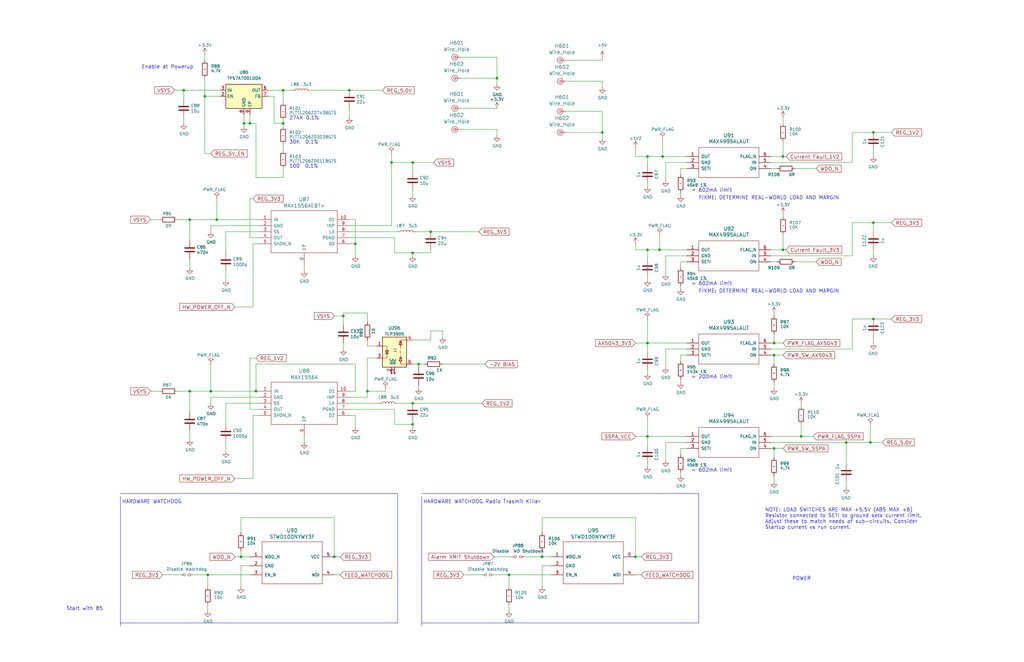
<source format=kicad_sch>
(kicad_sch (version 20230121) (generator eeschema)
  (paper "USLedger")
  (title_block (title "Radiation Tolerant PacSat Communication") (date "2023-06-17") (rev "A") (company "AMSAT-NA") (comment 1 "N5BRG"))
  (junction (at 181.61 97.79))
  (junction (at 228.6 234.95))
  (junction (at 101.6 234.95))
  (junction (at 147.32 38.1))
  (junction (at 140.97 234.95))
  (junction (at 326.39 144.78))
  (junction (at 254 55.88))
  (junction (at 279.4 66.04))
  (junction (at 86.36 40.64))
  (junction (at 173.99 106.68))
  (junction (at 77.47 38.1))
  (junction (at 278.13 105.41))
  (junction (at 80.01 165.1))
  (junction (at 267.97 234.95))
  (junction (at 273.05 184.15))
  (junction (at 368.3 134.62))
  (junction (at 88.9 165.1))
  (junction (at 119.38 52.07))
  (junction (at 102.87 52.07))
  (junction (at 119.38 38.1))
  (junction (at 144.78 133.35))
  (junction (at 149.86 102.87))
  (junction (at 330.2 105.41))
  (junction (at 214.63 242.57))
  (junction (at 105.41 52.07))
  (junction (at 154.94 165.1))
  (junction (at 165.1 68.58))
  (junction (at 173.99 179.07))
  (junction (at 337.82 184.15))
  (junction (at 356.87 186.69))
  (junction (at 330.2 66.04))
  (junction (at 87.63 242.57))
  (junction (at 80.01 92.71))
  (junction (at 368.3 55.88))
  (junction (at 107.95 165.1))
  (junction (at 91.44 92.71))
  (junction (at 173.99 170.18))
  (junction (at 173.99 68.58))
  (junction (at 273.05 105.41))
  (junction (at 326.39 149.86))
  (junction (at 209.55 33.02))
  (junction (at 273.05 66.04))
  (junction (at 367.03 186.69))
  (junction (at 368.3 93.98))
  (junction (at 273.05 144.78))
  (junction (at 326.39 189.23))
  (junction (at 176.53 153.67))
  (wire (pts (xy 287.02 81.28) (xy 287.02 82.55)))
  (wire (pts (xy 273.05 176.53) (xy 273.05 184.15)))
  (wire (pts (xy 147.32 172.72) (xy 166.37 172.72)))
  (wire (pts (xy 220.98 234.95) (xy 228.6 234.95)))
  (wire (pts (xy 194.31 54.61) (xy 209.55 54.61)))
  (wire (pts (xy 330.2 66.04) (xy 331.47 66.04)))
  (wire (pts (xy 273.05 156.21) (xy 273.05 157.48)))
  (wire (pts (xy 181.61 143.51) (xy 181.61 139.7)))
  (polyline (pts (xy 50.8 208.28) (xy 167.64 208.28)))
  (wire (pts (xy 107.95 74.93) (xy 119.38 74.93)))
  (wire (pts (xy 95.25 97.79) (xy 95.25 106.68)))
  (wire (pts (xy 186.69 139.7) (xy 186.69 142.24)))
  (wire (pts (xy 359.41 107.95) (xy 359.41 93.98)))
  (wire (pts (xy 119.38 52.07) (xy 119.38 53.34)))
  (wire (pts (xy 359.41 68.58) (xy 359.41 55.88)))
  (wire (pts (xy 166.37 172.72) (xy 166.37 179.07)))
  (polyline (pts (xy 167.64 262.89) (xy 50.8 262.89)))
  (wire (pts (xy 176.53 153.67) (xy 179.07 153.67)))
  (wire (pts (xy 105.41 100.33) (xy 109.22 100.33)))
  (wire (pts (xy 359.41 134.62) (xy 359.41 147.32)))
  (wire (pts (xy 273.05 184.15) (xy 289.56 184.15)))
  (wire (pts (xy 330.2 49.53) (xy 330.2 52.07)))
  (wire (pts (xy 368.3 93.98) (xy 375.92 93.98)))
  (wire (pts (xy 176.53 153.67) (xy 176.53 154.94)))
  (wire (pts (xy 95.25 114.3) (xy 95.25 118.11)))
  (polyline (pts (xy 294.64 262.89) (xy 177.8 262.89)))
  (wire (pts (xy 154.94 143.51) (xy 154.94 146.05)))
  (wire (pts (xy 77.47 49.53) (xy 77.47 52.07)))
  (wire (pts (xy 228.6 234.95) (xy 232.41 234.95)))
  (wire (pts (xy 144.78 132.08) (xy 144.78 133.35)))
  (wire (pts (xy 337.82 170.18) (xy 337.82 171.45)))
  (wire (pts (xy 115.57 52.07) (xy 119.38 52.07)))
  (wire (pts (xy 287.02 152.4) (xy 287.02 149.86)))
  (wire (pts (xy 81.28 242.57) (xy 87.63 242.57)))
  (wire (pts (xy 115.57 40.64) (xy 115.57 52.07)))
  (wire (pts (xy 147.32 165.1) (xy 149.86 165.1)))
  (wire (pts (xy 99.06 234.95) (xy 101.6 234.95)))
  (wire (pts (xy 279.4 66.04) (xy 289.56 66.04)))
  (wire (pts (xy 105.41 238.76) (xy 101.6 238.76)))
  (wire (pts (xy 335.28 71.12) (xy 344.17 71.12)))
  (wire (pts (xy 119.38 60.96) (xy 119.38 63.5)))
  (wire (pts (xy 101.6 234.95) (xy 105.41 234.95)))
  (wire (pts (xy 181.61 106.68) (xy 173.99 106.68)))
  (wire (pts (xy 109.22 97.79) (xy 95.25 97.79)))
  (wire (pts (xy 209.55 54.61) (xy 209.55 57.15)))
  (wire (pts (xy 368.3 66.04) (xy 368.3 63.5)))
  (wire (pts (xy 140.97 234.95) (xy 143.51 234.95)))
  (wire (pts (xy 63.5 92.71) (xy 67.31 92.71)))
  (wire (pts (xy 109.22 175.26) (xy 106.68 175.26)))
  (wire (pts (xy 368.3 105.41) (xy 368.3 107.95)))
  (wire (pts (xy 273.05 109.22) (xy 273.05 105.41)))
  (wire (pts (xy 254 46.99) (xy 254 55.88)))
  (wire (pts (xy 86.36 40.64) (xy 92.71 40.64)))
  (wire (pts (xy 356.87 186.69) (xy 367.03 186.69)))
  (wire (pts (xy 325.12 66.04) (xy 330.2 66.04)))
  (wire (pts (xy 337.82 184.15) (xy 342.9 184.15)))
  (wire (pts (xy 287.02 191.77) (xy 287.02 189.23)))
  (wire (pts (xy 326.39 200.66) (xy 326.39 203.2)))
  (wire (pts (xy 106.68 201.93) (xy 106.68 175.26)))
  (wire (pts (xy 105.41 48.26) (xy 105.41 52.07)))
  (wire (pts (xy 173.99 80.01) (xy 173.99 82.55)))
  (wire (pts (xy 267.97 62.23) (xy 267.97 66.04)))
  (wire (pts (xy 181.61 105.41) (xy 181.61 106.68)))
  (wire (pts (xy 113.03 40.64) (xy 115.57 40.64)))
  (wire (pts (xy 368.3 55.88) (xy 375.92 55.88)))
  (wire (pts (xy 119.38 50.8) (xy 119.38 52.07)))
  (wire (pts (xy 102.87 52.07) (xy 102.87 53.34)))
  (wire (pts (xy 176.53 162.56) (xy 176.53 163.83)))
  (wire (pts (xy 182.88 68.58) (xy 173.99 68.58)))
  (wire (pts (xy 326.39 144.78) (xy 325.12 144.78)))
  (wire (pts (xy 273.05 148.59) (xy 273.05 144.78)))
  (wire (pts (xy 107.95 74.93) (xy 107.95 52.07)))
  (wire (pts (xy 278.13 105.41) (xy 289.56 105.41)))
  (wire (pts (xy 109.22 167.64) (xy 88.9 167.64)))
  (wire (pts (xy 273.05 134.62) (xy 273.05 144.78)))
  (wire (pts (xy 77.47 38.1) (xy 92.71 38.1)))
  (wire (pts (xy 149.86 102.87) (xy 149.86 107.95)))
  (wire (pts (xy 208.28 242.57) (xy 214.63 242.57)))
  (wire (pts (xy 144.78 132.08) (xy 154.94 132.08)))
  (wire (pts (xy 287.02 199.39) (xy 287.02 200.66)))
  (wire (pts (xy 186.69 153.67) (xy 204.47 153.67)))
  (wire (pts (xy 273.05 69.85) (xy 273.05 66.04)))
  (wire (pts (xy 77.47 41.91) (xy 77.47 38.1)))
  (wire (pts (xy 326.39 132.08) (xy 326.39 133.35)))
  (wire (pts (xy 101.6 218.44) (xy 140.97 218.44)))
  (wire (pts (xy 368.3 134.62) (xy 375.92 134.62)))
  (polyline (pts (xy 177.8 208.28) (xy 294.64 208.28)))
  (wire (pts (xy 330.2 66.04) (xy 330.2 59.69)))
  (wire (pts (xy 95.25 186.69) (xy 95.25 190.5)))
  (wire (pts (xy 325.12 184.15) (xy 337.82 184.15)))
  (wire (pts (xy 173.99 72.39) (xy 173.99 68.58)))
  (wire (pts (xy 273.05 195.58) (xy 273.05 196.85)))
  (wire (pts (xy 149.86 92.71) (xy 149.86 102.87)))
  (wire (pts (xy 80.01 165.1) (xy 88.9 165.1)))
  (wire (pts (xy 173.99 143.51) (xy 181.61 143.51)))
  (wire (pts (xy 86.36 22.86) (xy 86.36 25.4)))
  (wire (pts (xy 326.39 149.86) (xy 326.39 153.67)))
  (wire (pts (xy 173.99 179.07) (xy 173.99 180.34)))
  (wire (pts (xy 106.68 102.87) (xy 109.22 102.87)))
  (wire (pts (xy 356.87 195.58) (xy 356.87 186.69)))
  (wire (pts (xy 273.05 144.78) (xy 289.56 144.78)))
  (wire (pts (xy 80.01 92.71) (xy 80.01 101.6)))
  (wire (pts (xy 287.02 160.02) (xy 287.02 161.29)))
  (wire (pts (xy 144.78 144.78) (xy 144.78 147.32)))
  (wire (pts (xy 130.81 38.1) (xy 147.32 38.1)))
  (wire (pts (xy 287.02 73.66) (xy 287.02 71.12)))
  (wire (pts (xy 165.1 95.25) (xy 165.1 68.58)))
  (wire (pts (xy 95.25 170.18) (xy 95.25 179.07)))
  (wire (pts (xy 162.56 163.83) (xy 162.56 165.1)))
  (wire (pts (xy 76.2 242.57) (xy 68.58 242.57)))
  (wire (pts (xy 88.9 165.1) (xy 107.95 165.1)))
  (wire (pts (xy 326.39 161.29) (xy 326.39 163.83)))
  (wire (pts (xy 147.32 102.87) (xy 149.86 102.87)))
  (wire (pts (xy 87.63 255.27) (xy 87.63 257.81)))
  (wire (pts (xy 267.97 66.04) (xy 273.05 66.04)))
  (wire (pts (xy 209.55 24.13) (xy 209.55 33.02)))
  (wire (pts (xy 267.97 218.44) (xy 267.97 234.95)))
  (wire (pts (xy 105.41 151.13) (xy 107.95 151.13)))
  (wire (pts (xy 173.99 153.67) (xy 176.53 153.67)))
  (wire (pts (xy 287.02 110.49) (xy 289.56 110.49)))
  (wire (pts (xy 105.41 52.07) (xy 107.95 52.07)))
  (wire (pts (xy 119.38 71.12) (xy 119.38 74.93)))
  (wire (pts (xy 368.3 144.78) (xy 368.3 142.24)))
  (wire (pts (xy 154.94 151.13) (xy 154.94 165.1)))
  (wire (pts (xy 102.87 48.26) (xy 102.87 52.07)))
  (wire (pts (xy 167.64 170.18) (xy 173.99 170.18)))
  (wire (pts (xy 113.03 38.1) (xy 119.38 38.1)))
  (wire (pts (xy 330.2 105.41) (xy 331.47 105.41)))
  (wire (pts (xy 107.95 153.67) (xy 107.95 165.1)))
  (wire (pts (xy 147.32 45.72) (xy 147.32 49.53)))
  (wire (pts (xy 86.36 33.02) (xy 86.36 40.64)))
  (wire (pts (xy 289.56 68.58) (xy 280.67 68.58)))
  (wire (pts (xy 273.05 105.41) (xy 278.13 105.41)))
  (wire (pts (xy 128.27 184.15) (xy 128.27 186.69)))
  (wire (pts (xy 173.99 177.8) (xy 173.99 179.07)))
  (wire (pts (xy 106.68 129.54) (xy 106.68 102.87)))
  (wire (pts (xy 267.97 184.15) (xy 273.05 184.15)))
  (wire (pts (xy 149.86 175.26) (xy 149.86 180.34)))
  (wire (pts (xy 238.76 55.88) (xy 254 55.88)))
  (wire (pts (xy 228.6 238.76) (xy 228.6 247.65)))
  (wire (pts (xy 80.01 109.22) (xy 80.01 113.03)))
  (wire (pts (xy 74.93 165.1) (xy 80.01 165.1)))
  (wire (pts (xy 287.02 71.12) (xy 289.56 71.12)))
  (wire (pts (xy 175.26 97.79) (xy 181.61 97.79)))
  (wire (pts (xy 209.55 33.02) (xy 209.55 35.56)))
  (wire (pts (xy 359.41 93.98) (xy 368.3 93.98)))
  (wire (pts (xy 154.94 146.05) (xy 158.75 146.05)))
  (wire (pts (xy 88.9 95.25) (xy 88.9 97.79)))
  (wire (pts (xy 254 34.29) (xy 254 36.83)))
  (wire (pts (xy 368.3 93.98) (xy 368.3 97.79)))
  (wire (pts (xy 173.99 106.68) (xy 173.99 107.95)))
  (wire (pts (xy 147.32 97.79) (xy 167.64 97.79)))
  (wire (pts (xy 238.76 25.4) (xy 254 25.4)))
  (wire (pts (xy 287.02 120.65) (xy 287.02 121.92)))
  (wire (pts (xy 273.05 66.04) (xy 279.4 66.04)))
  (wire (pts (xy 228.6 224.79) (xy 228.6 218.44)))
  (wire (pts (xy 367.03 186.69) (xy 372.11 186.69)))
  (wire (pts (xy 254 55.88) (xy 254 58.42)))
  (wire (pts (xy 287.02 189.23) (xy 289.56 189.23)))
  (wire (pts (xy 330.2 105.41) (xy 330.2 99.06)))
  (wire (pts (xy 267.97 234.95) (xy 270.51 234.95)))
  (polyline (pts (xy 50.8 264.16) (xy 50.8 209.55)))
  (wire (pts (xy 359.41 147.32) (xy 325.12 147.32)))
  (wire (pts (xy 87.63 242.57) (xy 87.63 247.65)))
  (wire (pts (xy 105.41 83.82) (xy 106.68 83.82)))
  (wire (pts (xy 273.05 187.96) (xy 273.05 184.15)))
  (wire (pts (xy 109.22 170.18) (xy 95.25 170.18)))
  (wire (pts (xy 166.37 106.68) (xy 173.99 106.68)))
  (wire (pts (xy 214.63 255.27) (xy 214.63 257.81)))
  (wire (pts (xy 80.01 92.71) (xy 91.44 92.71)))
  (wire (pts (xy 86.36 64.77) (xy 86.36 40.64)))
  (wire (pts (xy 140.97 242.57) (xy 143.51 242.57)))
  (wire (pts (xy 326.39 149.86) (xy 330.2 149.86)))
  (wire (pts (xy 325.12 149.86) (xy 326.39 149.86)))
  (wire (pts (xy 194.31 45.72) (xy 209.55 45.72)))
  (wire (pts (xy 238.76 46.99) (xy 254 46.99)))
  (wire (pts (xy 91.44 92.71) (xy 109.22 92.71)))
  (wire (pts (xy 325.12 71.12) (xy 327.66 71.12)))
  (wire (pts (xy 105.41 83.82) (xy 105.41 100.33)))
  (wire (pts (xy 147.32 95.25) (xy 165.1 95.25)))
  (wire (pts (xy 335.28 110.49) (xy 344.17 110.49)))
  (wire (pts (xy 267.97 144.78) (xy 273.05 144.78)))
  (wire (pts (xy 147.32 170.18) (xy 160.02 170.18)))
  (wire (pts (xy 267.97 105.41) (xy 273.05 105.41)))
  (wire (pts (xy 367.03 179.07) (xy 367.03 186.69)))
  (wire (pts (xy 88.9 153.67) (xy 88.9 165.1)))
  (wire (pts (xy 214.63 242.57) (xy 232.41 242.57)))
  (wire (pts (xy 325.12 105.41) (xy 330.2 105.41)))
  (wire (pts (xy 88.9 64.77) (xy 86.36 64.77)))
  (wire (pts (xy 166.37 100.33) (xy 166.37 106.68)))
  (wire (pts (xy 119.38 38.1) (xy 119.38 43.18)))
  (wire (pts (xy 273.05 77.47) (xy 273.05 78.74)))
  (wire (pts (xy 88.9 167.64) (xy 88.9 170.18)))
  (wire (pts (xy 330.2 90.17) (xy 330.2 91.44)))
  (wire (pts (xy 109.22 95.25) (xy 88.9 95.25)))
  (wire (pts (xy 280.67 147.32) (xy 280.67 154.94)))
  (wire (pts (xy 289.56 107.95) (xy 280.67 107.95)))
  (wire (pts (xy 267.97 102.87) (xy 267.97 105.41)))
  (wire (pts (xy 147.32 38.1) (xy 161.29 38.1)))
  (wire (pts (xy 165.1 68.58) (xy 173.99 68.58)))
  (wire (pts (xy 154.94 165.1) (xy 154.94 167.64)))
  (wire (pts (xy 359.41 134.62) (xy 368.3 134.62)))
  (wire (pts (xy 105.41 172.72) (xy 105.41 151.13)))
  (wire (pts (xy 325.12 189.23) (xy 326.39 189.23)))
  (wire (pts (xy 325.12 110.49) (xy 327.66 110.49)))
  (polyline (pts (xy 167.64 208.28) (xy 167.64 262.89)))
  (wire (pts (xy 254 24.13) (xy 254 25.4)))
  (wire (pts (xy 326.39 193.04) (xy 326.39 189.23)))
  (wire (pts (xy 289.56 186.69) (xy 280.67 186.69)))
  (wire (pts (xy 273.05 116.84) (xy 273.05 118.11)))
  (wire (pts (xy 287.02 149.86) (xy 289.56 149.86)))
  (wire (pts (xy 232.41 238.76) (xy 228.6 238.76)))
  (wire (pts (xy 99.06 129.54) (xy 106.68 129.54)))
  (wire (pts (xy 101.6 232.41) (xy 101.6 234.95)))
  (wire (pts (xy 326.39 140.97) (xy 326.39 144.78)))
  (wire (pts (xy 87.63 242.57) (xy 105.41 242.57)))
  (wire (pts (xy 194.31 24.13) (xy 209.55 24.13)))
  (wire (pts (xy 147.32 92.71) (xy 149.86 92.71)))
  (wire (pts (xy 109.22 172.72) (xy 105.41 172.72)))
  (polyline (pts (xy 177.8 264.16) (xy 177.8 209.55)))
  (wire (pts (xy 181.61 139.7) (xy 186.69 139.7)))
  (wire (pts (xy 325.12 186.69) (xy 356.87 186.69)))
  (wire (pts (xy 359.41 55.88) (xy 368.3 55.88)))
  (wire (pts (xy 166.37 179.07) (xy 173.99 179.07)))
  (wire (pts (xy 289.56 147.32) (xy 280.67 147.32)))
  (wire (pts (xy 101.6 224.79) (xy 101.6 218.44)))
  (wire (pts (xy 214.63 242.57) (xy 214.63 247.65)))
  (wire (pts (xy 356.87 205.74) (xy 356.87 203.2)))
  (wire (pts (xy 325.12 107.95) (xy 359.41 107.95)))
  (wire (pts (xy 144.78 133.35) (xy 140.97 133.35)))
  (wire (pts (xy 267.97 242.57) (xy 270.51 242.57)))
  (wire (pts (xy 173.99 170.18) (xy 203.2 170.18)))
  (wire (pts (xy 147.32 167.64) (xy 154.94 167.64)))
  (wire (pts (xy 102.87 52.07) (xy 105.41 52.07)))
  (wire (pts (xy 330.2 144.78) (xy 326.39 144.78)))
  (wire (pts (xy 287.02 113.03) (xy 287.02 110.49)))
  (wire (pts (xy 154.94 132.08) (xy 154.94 135.89)))
  (wire (pts (xy 326.39 189.23) (xy 330.2 189.23)))
  (wire (pts (xy 337.82 179.07) (xy 337.82 184.15)))
  (wire (pts (xy 80.01 165.1) (xy 80.01 173.99)))
  (wire (pts (xy 165.1 64.77) (xy 165.1 68.58)))
  (wire (pts (xy 147.32 175.26) (xy 149.86 175.26)))
  (wire (pts (xy 228.6 218.44) (xy 267.97 218.44)))
  (wire (pts (xy 119.38 38.1) (xy 123.19 38.1)))
  (wire (pts (xy 149.86 153.67) (xy 107.95 153.67)))
  (wire (pts (xy 128.27 111.76) (xy 128.27 114.3)))
  (wire (pts (xy 278.13 99.06) (xy 278.13 105.41)))
  (wire (pts (xy 144.78 137.16) (xy 144.78 133.35)))
  (wire (pts (xy 280.67 186.69) (xy 280.67 194.31)))
  (wire (pts (xy 280.67 68.58) (xy 280.67 76.2)))
  (wire (pts (xy 228.6 232.41) (xy 228.6 234.95)))
  (wire (pts (xy 74.93 92.71) (xy 80.01 92.71)))
  (wire (pts (xy 158.75 151.13) (xy 154.94 151.13)))
  (wire (pts (xy 149.86 165.1) (xy 149.86 153.67)))
  (wire (pts (xy 91.44 83.82) (xy 91.44 92.71)))
  (wire (pts (xy 101.6 238.76) (xy 101.6 247.65)))
  (wire (pts (xy 279.4 58.42) (xy 279.4 66.04)))
  (wire (pts (xy 325.12 68.58) (xy 359.41 68.58)))
  (wire (pts (xy 147.32 100.33) (xy 166.37 100.33)))
  (wire (pts (xy 77.47 38.1) (xy 73.66 38.1)))
  (wire (pts (xy 63.5 165.1) (xy 67.31 165.1)))
  (wire (pts (xy 194.31 33.02) (xy 209.55 33.02)))
  (wire (pts (xy 107.95 165.1) (xy 109.22 165.1)))
  (wire (pts (xy 208.28 234.95) (xy 215.9 234.95)))
  (wire (pts (xy 181.61 97.79) (xy 201.93 97.79)))
  (polyline (pts (xy 294.64 208.28) (xy 294.64 262.89)))
  (wire (pts (xy 140.97 218.44) (xy 140.97 234.95)))
  (wire (pts (xy 80.01 181.61) (xy 80.01 185.42)))
  (wire (pts (xy 154.94 165.1) (xy 162.56 165.1)))
  (wire (pts (xy 99.06 201.93) (xy 106.68 201.93)))
  (wire (pts (xy 280.67 107.95) (xy 280.67 115.57)))
  (wire (pts (xy 238.76 34.29) (xy 254 34.29)))
  (wire (pts (xy 203.2 242.57) (xy 195.58 242.57)))
  (text "= 200mA limit" (at 291.465 160.02 0) (effects (font (size 1.524 1.524)) (justify left bottom)))
  (text "FIXME: DETERMINE REAL-WORLD LOAD AND MARGIN" (at 294.64 84.455 0) (effects (font (size 1.524 1.524)) (justify left bottom)))
  (text "Start with 85" (at 27.94 257.81 0) (effects (font (size 1.524 1.524)) (justify left bottom)))
  (text "30K  0.1%" (at 121.92 60.96 0) (effects (font (size 1.524 1.524)) (justify left bottom)))
  (text "274K 0.1%" (at 121.92 50.8 0) (effects (font (size 1.524 1.524)) (justify left bottom)))
  (text "NOTE: LOAD SWITCHES ARE MAX +5.5V (ABS MAX +6)\nResistor connected to SETI to ground sets current limit.\nAdjust these to match needs of sub-circuits. Consider\nStartup current vs run current.\n" (at 322.58 223.52 0) (effects (font (size 1.524 1.524)) (justify left bottom)))
  (text "HARDWARE WATCHDOG" (at 51.435 212.725 0) (effects (font (size 1.524 1.524)) (justify left bottom)))
  (text "100  0.1%" (at 121.92 71.12 0) (effects (font (size 1.524 1.524)) (justify left bottom)))
  (text "FIXME: DETERMINE REAL-WORLD LOAD AND MARGIN" (at 294.64 123.825 0) (effects (font (size 1.524 1.524)) (justify left bottom)))
  (text "HARDWARE WATCHDOG Radio Trasmit Killer" (at 178.435 212.725 0) (effects (font (size 1.524 1.524)) (justify left bottom)))
  (text "= 602mA limit" (at 291.465 120.65 0) (effects (font (size 1.524 1.524)) (justify left bottom)))
  (text "Enable at Powerup" (at 59.69 29.21 0) (effects (font (size 1.524 1.524)) (justify left bottom)))
  (text "= 602mA limit" (at 291.465 81.28 0) (effects (font (size 1.524 1.524)) (justify left bottom)))
  (text "POWER" (at 334.01 245.11 0) (effects (font (size 1.524 1.524)) (justify left bottom)))
  (text "= 602mA limit" (at 291.465 199.39 0) (effects (font (size 1.524 1.524)) (justify left bottom)))
  (global_label "HW_POWER_OFF_N" (shape input) (at 99.06 201.93 180) (effects (font (size 1.524 1.524))) (property "Intersheetrefs" "${INTERSHEET_REFS}" (effects hide)))
  (global_label "HW_POWER_OFF_N" (shape input) (at 99.06 129.54 180) (effects (font (size 1.524 1.524))) (property "Intersheetrefs" "${INTERSHEET_REFS}" (effects hide)))
  (global_label "PWR_FLAG_AX5043" (shape input) (at 330.2 144.78 0) (effects (font (size 1.524 1.524))) (property "Intersheetrefs" "${INTERSHEET_REFS}" (effects hide)))
  (global_label "-2V BIAS" (shape input) (at 204.47 153.67 0) (effects (font (size 1.524 1.524))) (property "Intersheetrefs" "${INTERSHEET_REFS}" (effects hide)))
  (global_label "VSYS" (shape input) (at 182.88 68.58 0) (effects (font (size 1.524 1.524))) (property "Intersheetrefs" "${INTERSHEET_REFS}" (effects hide)))
  (global_label "WDO_N" (shape input) (at 344.17 110.49 0) (effects (font (size 1.524 1.524))) (property "Intersheetrefs" "${INTERSHEET_REFS}" (effects hide)))
  (global_label "WDO_N" (shape input) (at 99.06 234.95 180) (effects (font (size 1.524 1.524))) (property "Intersheetrefs" "${INTERSHEET_REFS}" (effects hide)))
  (global_label "REG_3V3" (shape input) (at 270.51 234.95 0) (effects (font (size 1.524 1.524))) (property "Intersheetrefs" "${INTERSHEET_REFS}" (effects hide)))
  (global_label "VSYS" (shape input) (at 63.5 165.1 180) (effects (font (size 1.524 1.524))) (property "Intersheetrefs" "${INTERSHEET_REFS}" (effects hide)))
  (global_label "REG_3V3" (shape input) (at 68.58 242.57 180) (effects (font (size 1.524 1.524))) (property "Intersheetrefs" "${INTERSHEET_REFS}" (effects hide)))
  (global_label "PWR_SW_SSPA" (shape input) (at 330.2 189.23 0) (effects (font (size 1.524 1.524))) (property "Intersheetrefs" "${INTERSHEET_REFS}" (effects hide)))
  (global_label "REG_1V2" (shape input) (at 107.95 151.13 0) (effects (font (size 1.524 1.524))) (property "Intersheetrefs" "${INTERSHEET_REFS}" (effects hide)))
  (global_label "REG_3V3" (shape input) (at 201.93 97.79 0) (effects (font (size 1.524 1.524))) (property "Intersheetrefs" "${INTERSHEET_REFS}" (effects hide)))
  (global_label "WDO_N" (shape input) (at 344.17 71.12 0) (effects (font (size 1.524 1.524))) (property "Intersheetrefs" "${INTERSHEET_REFS}" (effects hide)))
  (global_label "REG_1V2" (shape input) (at 203.2 170.18 0) (effects (font (size 1.524 1.524))) (property "Intersheetrefs" "${INTERSHEET_REFS}" (effects hide)))
  (global_label "VSYS" (shape input) (at 63.5 92.71 180) (effects (font (size 1.524 1.524))) (property "Intersheetrefs" "${INTERSHEET_REFS}" (effects hide)))
  (global_label "Current Fault_1V2" (shape input) (at 331.47 66.04 0) (effects (font (size 1.524 1.524))) (property "Intersheetrefs" "${INTERSHEET_REFS}" (effects hide)))
  (global_label "SSPA_VCC" (shape input) (at 267.97 184.15 180) (effects (font (size 1.524 1.524))) (property "Intersheetrefs" "${INTERSHEET_REFS}" (effects hide)))
  (global_label "FEED_WATCHDOG" (shape input) (at 270.51 242.57 0) (effects (font (size 1.524 1.524))) (property "Intersheetrefs" "${INTERSHEET_REFS}" (effects hide)))
  (global_label "REG_3V3" (shape input) (at 143.51 234.95 0) (effects (font (size 1.524 1.524))) (property "Intersheetrefs" "${INTERSHEET_REFS}" (effects hide)))
  (global_label "PWR_FLAG_SSPA" (shape input) (at 342.9 184.15 0) (effects (font (size 1.524 1.524))) (property "Intersheetrefs" "${INTERSHEET_REFS}" (effects hide)))
  (global_label "AX5043_3V3" (shape input) (at 267.97 144.78 180) (effects (font (size 1.524 1.524))) (property "Intersheetrefs" "${INTERSHEET_REFS}" (effects hide)))
  (global_label "REG_5V_EN" (shape input) (at 88.9 64.77 0) (effects (font (size 1.524 1.524))) (property "Intersheetrefs" "${INTERSHEET_REFS}" (effects hide)))
  (global_label "REG_3V3" (shape input) (at 106.68 83.82 0) (effects (font (size 1.524 1.524))) (property "Intersheetrefs" "${INTERSHEET_REFS}" (effects hide)))
  (global_label "VSYS" (shape input) (at 73.66 38.1 180) (effects (font (size 1.524 1.524))) (property "Intersheetrefs" "${INTERSHEET_REFS}" (effects hide)))
  (global_label "Current Fault_3V3" (shape input) (at 331.47 105.41 0) (effects (font (size 1.524 1.524))) (property "Intersheetrefs" "${INTERSHEET_REFS}" (effects hide)))
  (global_label "REG_1V2" (shape input) (at 375.92 55.88 0) (effects (font (size 1.524 1.524))) (property "Intersheetrefs" "${INTERSHEET_REFS}" (effects hide)))
  (global_label "PWR_SW_AX5043" (shape input) (at 330.2 149.86 0) (effects (font (size 1.524 1.524))) (property "Intersheetrefs" "${INTERSHEET_REFS}" (effects hide)))
  (global_label "REG_3V3" (shape input) (at 375.92 134.62 0) (effects (font (size 1.524 1.524))) (property "Intersheetrefs" "${INTERSHEET_REFS}" (effects hide)))
  (global_label "REG_3V3" (shape input) (at 195.58 242.57 180) (effects (font (size 1.524 1.524))) (property "Intersheetrefs" "${INTERSHEET_REFS}" (effects hide)))
  (global_label "FEED_WATCHDOG" (shape input) (at 143.51 242.57 0) (effects (font (size 1.524 1.524))) (property "Intersheetrefs" "${INTERSHEET_REFS}" (effects hide)))
  (global_label "VSYS" (shape input) (at 140.97 133.35 180) (effects (font (size 1.524 1.524))) (property "Intersheetrefs" "${INTERSHEET_REFS}" (effects hide)))
  (global_label "REG_3V3" (shape input) (at 375.92 93.98 0) (effects (font (size 1.524 1.524))) (property "Intersheetrefs" "${INTERSHEET_REFS}" (effects hide)))
  (global_label "Alarm XMIT Shutdown" (shape input) (at 208.28 234.95 180) (effects (font (size 1.524 1.524))) (property "Intersheetrefs" "${INTERSHEET_REFS}" (effects hide)))
  (global_label "REG_5.0V" (shape input) (at 372.11 186.69 0) (effects (font (size 1.524 1.524))) (property "Intersheetrefs" "${INTERSHEET_REFS}" (effects hide)))
  (global_label "REG_5.0V" (shape input) (at 161.29 38.1 0) (effects (font (size 1.524 1.524))) (property "Intersheetrefs" "${INTERSHEET_REFS}" (effects hide)))
  (symbol (lib_id "Device:L") (at 171.45 97.79 90) (unit 1)
    (property "Reference" "L87" (at 168.91 95.25 90))
    (property "Value" "3u3" (at 173.99 95.25 90))
    (property "Footprint" "Inductor_SMD:L_1210_3225Metric_Pad1.42x2.65mm_HandSolder" (effects hide))
  )
  (symbol (lib_id "Device:C") (at 181.61 101.6 0) (unit 1)
    (property "Reference" "C94" (at 184.531 100.4316 0) (effects (justify left)))
    (property "Value" "22u" (at 184.531 102.743 0) (effects (justify left)))
    (property "Footprint" "Capacitor_SMD:C_2220_5650Metric_Pad1.97x5.40mm_HandSolder" (effects hide))
  )
  (symbol (lib_id "Device:C") (at 80.01 105.41 0) (unit 1)
    (property "Reference" "C86" (at 82.931 104.2416 0) (effects (justify left)))
    (property "Value" "470n" (at 82.931 106.553 0) (effects (justify left)))
    (property "Footprint" "Capacitor_SMD:C_0603_1608Metric_Pad1.08x0.95mm_HandSolder" (effects hide))
  )
  (symbol (lib_id "power:GND") (at 80.01 113.03 0) (unit 1)
    (property "Reference" "#PWR088" (effects hide))
    (property "Value" "GND" (at 80.137 117.4242 0))
  )
  (symbol (lib_id "Device:C") (at 173.99 76.2 0) (unit 1)
    (property "Reference" "C92" (at 176.911 75.0316 0) (effects (justify left)))
    (property "Value" "10u" (at 176.911 77.343 0) (effects (justify left)))
    (property "Footprint" "Capacitor_SMD:C_0603_1608Metric_Pad1.08x0.95mm_HandSolder" (effects hide))
  )
  (symbol (lib_id "power:GND") (at 173.99 82.55 0) (unit 1)
    (property "Reference" "#PWR0111" (effects hide))
    (property "Value" "GND" (at 174.117 86.9442 0))
  )
  (symbol (lib_id "power:GND") (at 173.99 107.95 0) (unit 1)
    (property "Reference" "#PWR0115" (effects hide))
    (property "Value" "GND" (at 174.117 112.3442 0))
  )
  (symbol (lib_id "power:GND") (at 280.67 154.94 0) (unit 1)
    (property "Reference" "#PWR0135" (effects hide))
    (property "Value" "GND" (at 280.797 159.3342 0))
  )
  (symbol (lib_id "Device:C") (at 368.3 138.43 0) (mirror y) (unit 1)
    (property "Reference" "C123" (at 372.11 138.43 90))
    (property "Value" "1u" (at 364.49 138.43 90))
    (property "Footprint" "Capacitor_SMD:C_0805_2012Metric_Pad1.18x1.45mm_HandSolder" (effects hide))
    (property "Datasheet" "~" (at 368.3 138.43 0))
  )
  (symbol (lib_id "power:GND") (at 368.3 144.78 0) (mirror y) (unit 1)
    (property "Reference" "#PWR0190" (effects hide))
    (property "Value" "GND" (at 368.173 149.1742 0))
  )
  (symbol (lib_id "power:GND") (at 356.87 205.74 0) (mirror y) (unit 1)
    (property "Reference" "#PWR0187" (effects hide))
    (property "Value" "GND" (at 356.743 210.1342 0))
  )
  (symbol (lib_id "Device:C") (at 356.87 199.39 0) (mirror y) (unit 1)
    (property "Reference" "C101" (at 353.06 201.93 90))
    (property "Value" "1u" (at 353.06 196.85 90))
    (property "Footprint" "Capacitor_SMD:C_0805_2012Metric_Pad1.18x1.45mm_HandSolder" (effects hide))
    (property "Datasheet" "~" (at 356.87 199.39 0))
  )
  (symbol (lib_id "PACSAT_ICs:MAX1556A") (at 128.27 97.79 0) (unit 1)
    (property "Reference" "U87" (at 128.27 84.1502 0) (effects (font (size 1.524 1.524))))
    (property "Value" "MAX1556AEBT+" (at 128.27 86.8426 0) (effects (font (size 1.524 1.524))))
    (property "Footprint" "PacSatDev_maxim:TDFN_T1033_1" (effects hide))
  )
  (symbol (lib_id "Device:R") (at 71.12 92.71 90) (unit 1)
    (property "Reference" "R86" (at 72.39 90.17 90) (effects (justify left)))
    (property "Value" "0R" (at 72.39 95.25 90) (effects (justify left)))
    (property "Footprint" "Resistor_SMD:R_0603_1608Metric_Pad0.98x0.95mm_HandSolder" (effects hide))
  )
  (symbol (lib_id "Device:C") (at 95.25 110.49 0) (unit 1)
    (property "Reference" "C89" (at 98.171 109.3216 0) (effects (justify left)))
    (property "Value" "1000p" (at 98.171 111.633 0) (effects (justify left)))
    (property "Footprint" "Capacitor_SMD:C_0603_1608Metric_Pad1.08x0.95mm_HandSolder" (effects hide))
  )
  (symbol (lib_id "power:GND") (at 95.25 118.11 0) (unit 1)
    (property "Reference" "#PWR098" (effects hide))
    (property "Value" "GND" (at 95.377 122.5042 0))
  )
  (symbol (lib_id "power:GND") (at 88.9 97.79 0) (unit 1)
    (property "Reference" "#PWR096" (effects hide))
    (property "Value" "GND" (at 89.027 102.1842 0))
  )
  (symbol (lib_id "power:GND") (at 128.27 114.3 0) (unit 1)
    (property "Reference" "#PWR0108" (effects hide))
    (property "Value" "GND" (at 128.397 118.6942 0))
  )
  (symbol (lib_id "power:GND") (at 149.86 107.95 0) (unit 1)
    (property "Reference" "#PWR0113" (effects hide))
    (property "Value" "GND" (at 149.987 112.3442 0))
  )
  (symbol (lib_id "Device:L") (at 163.83 170.18 90) (unit 1)
    (property "Reference" "L88" (at 161.29 167.64 90))
    (property "Value" "3u3" (at 166.37 167.64 90))
    (property "Footprint" "Inductor_SMD:L_1210_3225Metric_Pad1.42x2.65mm_HandSolder" (effects hide))
  )
  (symbol (lib_id "Device:C") (at 173.99 173.99 0) (unit 1)
    (property "Reference" "C95" (at 176.911 172.8216 0) (effects (justify left)))
    (property "Value" "22u" (at 176.911 175.133 0) (effects (justify left)))
    (property "Footprint" "Capacitor_SMD:C_2220_5650Metric_Pad1.97x5.40mm_HandSolder" (effects hide))
  )
  (symbol (lib_id "Device:C") (at 80.01 177.8 0) (unit 1)
    (property "Reference" "C87" (at 82.931 176.6316 0) (effects (justify left)))
    (property "Value" "470n" (at 82.931 178.943 0) (effects (justify left)))
    (property "Footprint" "Capacitor_SMD:C_0603_1608Metric_Pad1.08x0.95mm_HandSolder" (effects hide))
  )
  (symbol (lib_id "power:GND") (at 80.01 185.42 0) (unit 1)
    (property "Reference" "#PWR092" (effects hide))
    (property "Value" "GND" (at 80.137 189.8142 0))
  )
  (symbol (lib_id "Device:C") (at 144.78 140.97 0) (unit 1)
    (property "Reference" "C93" (at 147.701 139.8016 0) (effects (justify left)))
    (property "Value" "10u" (at 147.701 142.113 0) (effects (justify left)))
    (property "Footprint" "Capacitor_SMD:C_2220_5650Metric_Pad1.97x5.40mm_HandSolder" (effects hide))
  )
  (symbol (lib_id "power:GND") (at 144.78 147.32 0) (unit 1)
    (property "Reference" "#PWR0112" (effects hide))
    (property "Value" "GND" (at 144.907 151.7142 0))
  )
  (symbol (lib_id "power:GND") (at 173.99 180.34 0) (unit 1)
    (property "Reference" "#PWR0116" (effects hide))
    (property "Value" "GND" (at 174.117 184.7342 0))
  )
  (symbol (lib_id "PACSAT_ICs:MAX1556A") (at 128.27 170.18 0) (unit 1)
    (property "Reference" "U88" (at 128.27 156.5402 0) (effects (font (size 1.524 1.524))))
    (property "Value" "MAX1556A" (at 128.27 159.2326 0) (effects (font (size 1.524 1.524))))
    (property "Footprint" "PacSatDev_maxim:TDFN_T1033_1" (effects hide))
  )
  (symbol (lib_id "Device:R") (at 71.12 165.1 90) (unit 1)
    (property "Reference" "R87" (at 72.39 162.56 90) (effects (justify left)))
    (property "Value" "0R" (at 72.39 167.64 90) (effects (justify left)))
    (property "Footprint" "Resistor_SMD:R_0603_1608Metric_Pad0.98x0.95mm_HandSolder" (effects hide))
  )
  (symbol (lib_id "Device:C") (at 95.25 182.88 0) (unit 1)
    (property "Reference" "C90" (at 98.171 181.7116 0) (effects (justify left)))
    (property "Value" "1000p" (at 98.171 184.023 0) (effects (justify left)))
    (property "Footprint" "Capacitor_SMD:C_0603_1608Metric_Pad1.08x0.95mm_HandSolder" (effects hide))
  )
  (symbol (lib_id "power:GND") (at 95.25 190.5 0) (unit 1)
    (property "Reference" "#PWR099" (effects hide))
    (property "Value" "GND" (at 95.377 194.8942 0))
  )
  (symbol (lib_id "power:GND") (at 88.9 170.18 0) (unit 1)
    (property "Reference" "#PWR097" (effects hide))
    (property "Value" "GND" (at 89.027 174.5742 0))
  )
  (symbol (lib_id "power:GND") (at 128.27 186.69 0) (unit 1)
    (property "Reference" "#PWR0109" (effects hide))
    (property "Value" "GND" (at 128.397 191.0842 0))
  )
  (symbol (lib_id "power:GND") (at 149.86 180.34 0) (unit 1)
    (property "Reference" "#PWR0114" (effects hide))
    (property "Value" "GND" (at 149.987 184.7342 0))
  )
  (symbol (lib_id "Device:R") (at 287.02 156.21 0) (unit 1)
    (property "Reference" "R95" (at 289.56 154.94 0) (effects (justify left)))
    (property "Value" "143k 1%" (at 289.56 156.845 0) (effects (justify left)))
    (property "Footprint" "Resistor_SMD:R_0603_1608Metric_Pad0.98x0.95mm_HandSolder" (effects hide))
    (property "Datasheet" "~" (at 287.02 156.21 0))
  )
  (symbol (lib_id "power:GND") (at 287.02 161.29 0) (unit 1)
    (property "Reference" "#PWR0139" (effects hide))
    (property "Value" "GND" (at 287.147 165.6842 0))
  )
  (symbol (lib_id "power:GND") (at 280.67 194.31 0) (unit 1)
    (property "Reference" "#PWR0136" (effects hide))
    (property "Value" "GND" (at 280.797 198.7042 0))
  )
  (symbol (lib_id "Device:R") (at 287.02 195.58 0) (unit 1)
    (property "Reference" "R96" (at 289.56 194.31 0) (effects (justify left)))
    (property "Value" "45k8 1%" (at 289.56 196.215 0) (effects (justify left)))
    (property "Footprint" "Resistor_SMD:R_0603_1608Metric_Pad0.98x0.95mm_HandSolder" (effects hide))
    (property "Datasheet" "~" (at 287.02 195.58 0))
  )
  (symbol (lib_id "power:GND") (at 287.02 200.66 0) (unit 1)
    (property "Reference" "#PWR0162" (effects hide))
    (property "Value" "GND" (at 287.147 205.0542 0))
  )
  (symbol (lib_id "Device:C") (at 273.05 152.4 0) (mirror y) (unit 1)
    (property "Reference" "C99" (at 276.86 152.4 90))
    (property "Value" "1u" (at 269.24 152.4 90))
    (property "Footprint" "Capacitor_SMD:C_0805_2012Metric_Pad1.18x1.45mm_HandSolder" (effects hide))
    (property "Datasheet" "~" (at 273.05 152.4 0))
  )
  (symbol (lib_id "power:GND") (at 273.05 157.48 0) (unit 1)
    (property "Reference" "#PWR0131" (effects hide))
    (property "Value" "GND" (at 273.177 161.8742 0))
  )
  (symbol (lib_id "Device:C") (at 273.05 191.77 0) (mirror y) (unit 1)
    (property "Reference" "C100" (at 276.86 191.77 90))
    (property "Value" "1u" (at 269.24 191.77 90))
    (property "Footprint" "Capacitor_SMD:C_0805_2012Metric_Pad1.18x1.45mm_HandSolder" (effects hide))
    (property "Datasheet" "~" (at 273.05 191.77 0))
  )
  (symbol (lib_id "power:GND") (at 273.05 196.85 0) (unit 1)
    (property "Reference" "#PWR0132" (effects hide))
    (property "Value" "GND" (at 273.177 201.2442 0))
  )
  (symbol (lib_id "power:GND") (at 280.67 115.57 0) (unit 1)
    (property "Reference" "#PWR0134" (effects hide))
    (property "Value" "GND" (at 280.797 119.9642 0))
  )
  (symbol (lib_id "Device:C") (at 368.3 101.6 0) (mirror x) (unit 1)
    (property "Reference" "C122" (at 364.49 101.6 90))
    (property "Value" "1u" (at 372.11 101.6 90))
    (property "Footprint" "Capacitor_SMD:C_0805_2012Metric_Pad1.18x1.45mm_HandSolder" (effects hide))
    (property "Datasheet" "~" (at 368.3 101.6 0))
  )
  (symbol (lib_id "power:GND") (at 368.3 107.95 0) (mirror y) (unit 1)
    (property "Reference" "#PWR0189" (effects hide))
    (property "Value" "GND" (at 368.173 112.3442 0))
  )
  (symbol (lib_id "Device:C") (at 273.05 113.03 0) (mirror y) (unit 1)
    (property "Reference" "C98" (at 276.86 113.03 90))
    (property "Value" "1u" (at 269.24 113.03 90))
    (property "Footprint" "Capacitor_SMD:C_0805_2012Metric_Pad1.18x1.45mm_HandSolder" (effects hide))
    (property "Datasheet" "~" (at 273.05 113.03 0))
  )
  (symbol (lib_id "power:GND") (at 273.05 118.11 0) (unit 1)
    (property "Reference" "#PWR0130" (effects hide))
    (property "Value" "GND" (at 273.177 122.5042 0))
  )
  (symbol (lib_id "Device:R") (at 287.02 116.84 0) (unit 1)
    (property "Reference" "R94" (at 289.56 115.57 0) (effects (justify left)))
    (property "Value" "45k8 1%" (at 289.56 117.475 0) (effects (justify left)))
    (property "Footprint" "Resistor_SMD:R_0603_1608Metric_Pad0.98x0.95mm_HandSolder" (effects hide))
    (property "Datasheet" "~" (at 287.02 116.84 0))
  )
  (symbol (lib_id "power:GND") (at 287.02 121.92 0) (unit 1)
    (property "Reference" "#PWR0138" (effects hide))
    (property "Value" "GND" (at 287.147 126.3142 0))
  )
  (symbol (lib_id "power:GND") (at 280.67 76.2 0) (unit 1)
    (property "Reference" "#PWR0133" (effects hide))
    (property "Value" "GND" (at 280.797 80.5942 0))
  )
  (symbol (lib_id "Device:C") (at 368.3 59.69 0) (mirror y) (unit 1)
    (property "Reference" "C121" (at 372.11 59.69 90))
    (property "Value" "1u" (at 364.49 59.69 90))
    (property "Footprint" "Capacitor_SMD:C_0805_2012Metric_Pad1.18x1.45mm_HandSolder" (effects hide))
    (property "Datasheet" "~" (at 368.3 59.69 0))
  )
  (symbol (lib_id "power:GND") (at 368.3 66.04 0) (mirror y) (unit 1)
    (property "Reference" "#PWR0188" (effects hide))
    (property "Value" "GND" (at 368.173 70.4342 0))
  )
  (symbol (lib_id "Device:C") (at 273.05 73.66 0) (mirror y) (unit 1)
    (property "Reference" "C97" (at 276.86 73.66 90))
    (property "Value" "1u" (at 269.24 73.66 90))
    (property "Footprint" "Capacitor_SMD:C_0805_2012Metric_Pad1.18x1.45mm_HandSolder" (effects hide))
    (property "Datasheet" "~" (at 273.05 73.66 0))
  )
  (symbol (lib_id "power:GND") (at 273.05 78.74 0) (unit 1)
    (property "Reference" "#PWR0129" (effects hide))
    (property "Value" "GND" (at 273.177 83.1342 0))
  )
  (symbol (lib_id "Device:R") (at 287.02 77.47 0) (unit 1)
    (property "Reference" "R93" (at 289.56 76.2 0) (effects (justify left)))
    (property "Value" "45k8 1%" (at 289.56 78.105 0) (effects (justify left)))
    (property "Footprint" "Resistor_SMD:R_0603_1608Metric_Pad0.98x0.95mm_HandSolder" (effects hide))
    (property "Datasheet" "~" (at 287.02 77.47 0))
  )
  (symbol (lib_id "power:GND") (at 287.02 82.55 0) (unit 1)
    (property "Reference" "#PWR0137" (effects hide))
    (property "Value" "GND" (at 287.147 86.9442 0))
  )
  (symbol (lib_id "PACSAT_ICs:STWD100NYWY3F") (at 123.19 238.76 0) (unit 1)
    (property "Reference" "U90" (at 123.19 223.8502 0) (effects (font (size 1.524 1.524))))
    (property "Value" "STWD100NYWY3F" (at 123.19 226.5426 0) (effects (font (size 1.524 1.524))))
    (property "Footprint" "Package_TO_SOT_SMD:SOT-353_SC-70-5" (effects hide))
  )
  (symbol (lib_id "power:GND") (at 101.6 247.65 0) (unit 1)
    (property "Reference" "#PWR0119" (effects hide))
    (property "Value" "GND" (at 101.727 252.0442 0))
  )
  (symbol (lib_id "Device:R") (at 101.6 228.6 0) (unit 1)
    (property "Reference" "R91" (at 104.14 227.33 0) (effects (justify left)))
    (property "Value" "10k" (at 104.14 229.235 0) (effects (justify left)))
    (property "Footprint" "Resistor_SMD:R_0603_1608Metric_Pad0.98x0.95mm_HandSolder" (effects hide))
    (property "Datasheet" "~" (at 101.6 228.6 0))
  )
  (symbol (lib_id "Device:R") (at 87.63 251.46 0) (unit 1)
    (property "Reference" "R90" (at 90.17 250.19 0) (effects (justify left)))
    (property "Value" "10k" (at 90.17 252.095 0) (effects (justify left)))
    (property "Footprint" "Resistor_SMD:R_0603_1608Metric_Pad0.98x0.95mm_HandSolder" (effects hide))
    (property "Datasheet" "~" (at 87.63 251.46 0))
  )
  (symbol (lib_id "power:GND") (at 87.63 257.81 0) (unit 1)
    (property "Reference" "#PWR0117" (effects hide))
    (property "Value" "GND" (at 87.757 262.2042 0))
  )
  (symbol (lib_id "PACSAT_DEV_misc:Jumper_NO_Small") (at 78.74 242.57 0) (unit 1)
    (property "Reference" "JP86" (at 78.74 237.871 0))
    (property "Value" "Disable Watchdog" (at 78.74 240.1824 0))
    (property "Footprint" "Jumper:SolderJumper-2_P1.3mm_Open_RoundedPad1.0x1.5mm" (effects hide))
  )
  (symbol (lib_id "Device:R") (at 331.47 71.12 90) (unit 1)
    (property "Reference" "R108" (at 328.93 73.66 90) (effects (justify left)))
    (property "Value" "0R" (at 335.28 73.66 90) (effects (justify left)))
    (property "Footprint" "Resistor_SMD:R_0603_1608Metric_Pad0.98x0.95mm_HandSolder" (effects hide))
  )
  (symbol (lib_id "Device:R") (at 331.47 110.49 90) (unit 1)
    (property "Reference" "R109" (at 328.93 113.03 90) (effects (justify left)))
    (property "Value" "0R" (at 335.28 113.03 90) (effects (justify left)))
    (property "Footprint" "Resistor_SMD:R_0603_1608Metric_Pad0.98x0.95mm_HandSolder" (effects hide))
  )
  (symbol (lib_id "Device:R") (at 326.39 157.48 0) (unit 1)
    (property "Reference" "R98" (at 328.93 156.21 0) (effects (justify left)))
    (property "Value" "4.7k" (at 328.93 158.115 0) (effects (justify left)))
    (property "Footprint" "Resistor_SMD:R_0603_1608Metric_Pad0.98x0.95mm_HandSolder" (effects hide))
    (property "Datasheet" "~" (at 326.39 157.48 0))
  )
  (symbol (lib_id "power:GND") (at 326.39 163.83 0) (unit 1)
    (property "Reference" "#PWR0164" (effects hide))
    (property "Value" "GND" (at 326.517 168.2242 0))
  )
  (symbol (lib_id "Device:R") (at 326.39 196.85 0) (unit 1)
    (property "Reference" "R99" (at 328.93 195.58 0) (effects (justify left)))
    (property "Value" "4.7k" (at 328.93 197.485 0) (effects (justify left)))
    (property "Footprint" "Resistor_SMD:R_0603_1608Metric_Pad0.98x0.95mm_HandSolder" (effects hide))
    (property "Datasheet" "~" (at 326.39 196.85 0))
  )
  (symbol (lib_id "power:GND") (at 326.39 203.2 0) (unit 1)
    (property "Reference" "#PWR0165" (effects hide))
    (property "Value" "GND" (at 326.517 207.5942 0))
  )
  (symbol (lib_id "PACSAT_DEV_misc:Jumper_NO_Small") (at 205.74 242.57 0) (unit 1)
    (property "Reference" "JP87" (at 205.74 237.871 0))
    (property "Value" "Disable Watchdog" (at 205.74 240.1824 0))
    (property "Footprint" "Jumper:SolderJumper-2_P1.3mm_Open_RoundedPad1.0x1.5mm" (effects hide))
  )
  (symbol (lib_id "power:+3.3V") (at 209.55 45.72 0) (unit 1)
    (property "Reference" "#PWR0120" (effects hide))
    (property "Value" "+3.3V" (at 209.55 41.91 0))
  )
  (symbol (lib_id "power:+3.3V") (at 86.36 22.86 0) (unit 1)
    (property "Reference" "#PWR043" (effects hide))
    (property "Value" "+3.3V" (at 86.36 19.05 0))
  )
  (symbol (lib_id "power:GND") (at 102.87 53.34 0) (unit 1)
    (property "Reference" "#PWR0100" (effects hide))
    (property "Value" "GND" (at 102.997 57.7342 0))
  )
  (symbol (lib_id "Device:L") (at 127 38.1 90) (unit 1)
    (property "Reference" "L86" (at 124.46 35.56 90))
    (property "Value" "3u3" (at 129.54 35.56 90))
    (property "Footprint" "Inductor_SMD:L_1210_3225Metric_Pad1.42x2.65mm_HandSolder" (effects hide))
  )
  (symbol (lib_id "power:GND") (at 209.55 35.56 0) (unit 1)
    (property "Reference" "#PWR0625" (effects hide))
    (property "Value" "GND" (at 209.677 39.9542 0))
    (instances (project "pACsAT_dEV_rEVc_230907" (path "" (reference "#PWR0625") (unit 1)) (path "" (reference "#PWR0103") (unit 1)) (path "" (reference "#PWR0625") (unit 1)) (path "" (reference "#PWR0103") (unit 1))))
  )
  (symbol (lib_id "PACSAT_DEV_misc:CUBESAT_MOUNT_HOLE_1") (at 191.77 33.02 0) (unit 1)
    (property "Reference" "H602" (at 192.5574 27.0002 0) (effects (font (size 1.524 1.524))))
    (property "Value" "Wire_Hole" (at 192.5574 29.6926 0) (effects (font (size 1.524 1.524))))
    (property "Footprint" "PacSatDev_misc:Wire_Hole" (effects hide))
    (instances (project "pACsAT_dEV_rEVc_230907" (path "" (reference "H602") (unit 1)) (path "" (reference "H11") (unit 1)) (path "" (reference "H3") (unit 1)) (path "" (reference "H11") (unit 1))))
  )
  (symbol (lib_id "PACSAT_DEV_misc:CUBESAT_MOUNT_HOLE_1") (at 236.22 25.4 0) (unit 1)
    (property "Reference" "H601" (at 237.0074 19.3802 0) (effects (font (size 1.524 1.524))))
    (property "Value" "Wire_Hole" (at 237.0074 22.0726 0) (effects (font (size 1.524 1.524))))
    (property "Footprint" "PacSatDev_misc:Wire_Hole" (effects hide))
    (instances (project "pACsAT_dEV_rEVc_230907" (path "" (reference "H601") (unit 1)) (path "" (reference "H14") (unit 1)) (path "" (reference "H2") (unit 1)) (path "" (reference "H14") (unit 1))))
  )
  (symbol (lib_id "Device:C") (at 176.53 158.75 0) (unit 1)
    (property "Reference" "C96" (at 179.451 157.5816 0) (effects (justify left)))
    (property "Value" "10u" (at 179.451 159.893 0) (effects (justify left)))
    (property "Footprint" "Capacitor_SMD:C_0603_1608Metric_Pad1.08x0.95mm_HandSolder" (effects hide))
  )
  (symbol (lib_id "PACSAT_ICs:STWD100NYWY3F") (at 250.19 238.76 0) (unit 1)
    (property "Reference" "U95" (at 250.19 223.8502 0) (effects (font (size 1.524 1.524))))
    (property "Value" "STWD100NYWY3F" (at 250.19 226.5426 0) (effects (font (size 1.524 1.524))))
    (property "Footprint" "Package_TO_SOT_SMD:SOT-353_SC-70-5" (effects hide))
  )
  (symbol (lib_id "power:GND") (at 254 36.83 0) (unit 1)
    (property "Reference" "#PWR0625" (effects hide))
    (property "Value" "GND" (at 254.127 41.2242 0))
    (instances (project "pACsAT_dEV_rEVc_230907" (path "" (reference "#PWR0625") (unit 1)) (path "" (reference "#PWR0105") (unit 1)) (path "" (reference "#PWR0625") (unit 1)) (path "" (reference "#PWR0105") (unit 1))))
  )
  (symbol (lib_id "power:+3.3V") (at 267.97 102.87 0) (unit 1)
    (property "Reference" "#PWR0128" (effects hide))
    (property "Value" "+3.3V" (at 267.97 99.06 0))
  )
  (symbol (lib_id "power:PWR_FLAG") (at 279.4 58.42 0) (unit 1)
    (property "Reference" "#FLG0602" (effects hide))
    (property "Value" "PWR_FLAG" (at 279.4 54.61 0))
  )
  (symbol (lib_id "Device:R") (at 228.6 228.6 0) (unit 1)
    (property "Reference" "R106" (at 231.14 227.33 0) (effects (justify left)))
    (property "Value" "10k" (at 231.14 229.235 0) (effects (justify left)))
    (property "Footprint" "Resistor_SMD:R_0603_1608Metric_Pad0.98x0.95mm_HandSolder" (effects hide))
    (property "Datasheet" "~" (at 228.6 228.6 0))
  )
  (symbol (lib_id "Device:R") (at 119.38 57.15 0) (unit 1)
    (property "Reference" "R102" (at 121.92 55.88 0) (effects (justify left)))
    (property "Value" "PLTT1206Z0303BGTS" (at 121.92 57.785 0) (effects (justify left)))
    (property "Footprint" "Resistor_SMD:R_1210_3225Metric_Pad1.30x2.65mm_HandSolder" (effects hide))
    (property "Datasheet" "~" (at 119.38 57.15 0))
  )
  (symbol (lib_id "power:PWR_FLAG") (at 273.05 176.53 0) (unit 1)
    (property "Reference" "#FLG07" (effects hide))
    (property "Value" "PWR_FLAG" (at 273.05 172.72 0))
  )
  (symbol (lib_id "power:+3.3V") (at 337.82 170.18 0) (unit 1)
    (property "Reference" "#PWR0186" (effects hide))
    (property "Value" "+3.3V" (at 337.82 166.37 0))
  )
  (symbol (lib_id "Device:C") (at 147.32 41.91 0) (unit 1)
    (property "Reference" "C91" (at 150.241 40.7416 0) (effects (justify left)))
    (property "Value" "22u" (at 150.241 43.053 0) (effects (justify left)))
    (property "Footprint" "Capacitor_SMD:C_2220_5650Metric_Pad1.97x5.40mm_HandSolder" (effects hide))
  )
  (symbol (lib_id "Device:R") (at 330.2 95.25 0) (unit 1)
    (property "Reference" "R107" (at 332.74 93.98 0) (effects (justify left)))
    (property "Value" "10K" (at 332.74 95.885 0) (effects (justify left)))
    (property "Footprint" "Resistor_SMD:R_0603_1608Metric_Pad0.98x0.95mm_HandSolder" (effects hide))
    (property "Datasheet" "~" (at 330.2 95.25 0))
  )
  (symbol (lib_id "PACSAT_DEV_misc:CUBESAT_MOUNT_HOLE_1") (at 191.77 54.61 0) (unit 1)
    (property "Reference" "H602" (at 192.5574 48.5902 0) (effects (font (size 1.524 1.524))))
    (property "Value" "Wire_Hole" (at 192.5574 51.2826 0) (effects (font (size 1.524 1.524))))
    (property "Footprint" "PacSatDev_misc:Wire_Hole" (effects hide))
    (instances (project "pACsAT_dEV_rEVc_230907" (path "" (reference "H602") (unit 1)) (path "" (reference "H13") (unit 1)) (path "" (reference "H3") (unit 1)) (path "" (reference "H13") (unit 1))))
  )
  (symbol (lib_id "PACSAT_DEV_misc:CUBESAT_MOUNT_HOLE_1") (at 236.22 55.88 0) (unit 1)
    (property "Reference" "H602" (at 237.0074 49.8602 0) (effects (font (size 1.524 1.524))))
    (property "Value" "Wire_Hole" (at 237.0074 52.5526 0) (effects (font (size 1.524 1.524))))
    (property "Footprint" "PacSatDev_misc:Wire_Hole" (effects hide))
    (instances (project "pACsAT_dEV_rEVc_230907" (path "" (reference "H602") (unit 1)) (path "" (reference "H17") (unit 1)) (path "" (reference "H3") (unit 1)) (path "" (reference "H17") (unit 1))))
  )
  (symbol (lib_id "power:PWR_FLAG") (at 88.9 153.67 0) (unit 1)
    (property "Reference" "#FLG0103" (effects hide))
    (property "Value" "PWR_FLAG" (at 92.71 149.86 0) (effects (justify right)))
    (instances (project "pACsAT_dEV_rEVc_230907" (path "" (reference "#FLG0103") (unit 1)) (path "" (reference "#FLG086") (unit 1))))
  )
  (symbol (lib_id "power:GND") (at 147.32 49.53 0) (unit 1)
    (property "Reference" "#PWR0110" (effects hide))
    (property "Value" "GND" (at 147.447 53.9242 0))
  )
  (symbol (lib_id "power:+3.3V") (at 330.2 49.53 0) (unit 1)
    (property "Reference" "#PWR0168" (effects hide))
    (property "Value" "+3.3V" (at 330.2 45.72 0))
  )
  (symbol (lib_id "power:PWR_FLAG") (at 165.1 64.77 0) (unit 1)
    (property "Reference" "#FLG0103" (effects hide))
    (property "Value" "PWR_FLAG" (at 168.91 60.96 0) (effects (justify right)))
    (instances (project "pACsAT_dEV_rEVc_230907" (path "" (reference "#FLG0103") (unit 1)) (path "" (reference "#FLG088") (unit 1))))
  )
  (symbol (lib_id "Regulator_Linear:TPS7A7001DDA") (at 102.87 40.64 0) (unit 1)
    (property "Reference" "U86" (at 102.87 30.48 0))
    (property "Value" "TPS7A7001DDA" (at 102.87 33.02 0))
    (property "Footprint" "Package_SO:TI_SO-PowerPAD-8" (effects hide))
    (property "Datasheet" "http://www.ti.com/lit/ds/symlink/tps7a7001.pdf" (effects hide))
  )
  (symbol (lib_id "power:+3.3V") (at 330.2 90.17 0) (unit 1)
    (property "Reference" "#PWR0185" (effects hide))
    (property "Value" "+3.3V" (at 330.2 86.36 0))
  )
  (symbol (lib_id "Device:R") (at 326.39 137.16 0) (unit 1)
    (property "Reference" "R97" (at 328.93 135.89 0) (effects (justify left)))
    (property "Value" "10K" (at 328.93 137.795 0) (effects (justify left)))
    (property "Footprint" "Resistor_SMD:R_0603_1608Metric_Pad0.98x0.95mm_HandSolder" (effects hide))
    (property "Datasheet" "~" (at 326.39 137.16 0))
  )
  (symbol (lib_id "Device:R") (at 330.2 55.88 0) (unit 1)
    (property "Reference" "R100" (at 332.74 54.61 0) (effects (justify left)))
    (property "Value" "10K" (at 332.74 56.515 0) (effects (justify left)))
    (property "Footprint" "Resistor_SMD:R_0603_1608Metric_Pad0.98x0.95mm_HandSolder" (effects hide))
    (property "Datasheet" "~" (at 330.2 55.88 0))
  )
  (symbol (lib_id "PACSAT_DEV_misc:CUBESAT_MOUNT_HOLE_1") (at 191.77 24.13 0) (unit 1)
    (property "Reference" "H601" (at 192.5574 18.1102 0) (effects (font (size 1.524 1.524))))
    (property "Value" "Wire_Hole" (at 192.5574 20.8026 0) (effects (font (size 1.524 1.524))))
    (property "Footprint" "PacSatDev_misc:Wire_Hole" (effects hide))
    (instances (project "pACsAT_dEV_rEVc_230907" (path "" (reference "H601") (unit 1)) (path "" (reference "H10") (unit 1)) (path "" (reference "H2") (unit 1)) (path "" (reference "H10") (unit 1))))
  )
  (symbol (lib_id "Device:R") (at 119.38 67.31 0) (unit 1)
    (property "Reference" "R103" (at 121.92 66.04 0) (effects (justify left)))
    (property "Value" "PLTT1206Z0011BGTS" (at 121.92 67.945 0) (effects (justify left)))
    (property "Footprint" "Resistor_SMD:R_0603_1608Metric_Pad0.98x0.95mm_HandSolder" (effects hide))
    (property "Datasheet" "~" (at 119.38 67.31 0))
  )
  (symbol (lib_id "PACSAT_ICs:MAX4995_1") (at 307.34 68.58 0) (unit 1)
    (property "Reference" "U91" (at 307.34 57.15 0) (effects (font (size 1.524 1.524))))
    (property "Value" "MAX4995ALAUT" (at 307.34 59.69 0) (effects (font (size 1.524 1.524))))
    (property "Footprint" "Package_TO_SOT_SMD:SOT-23-6_Handsoldering" (effects hide))
  )
  (symbol (lib_id "PACSAT_ICs:MAX4995_1") (at 307.34 186.69 0) (unit 1)
    (property "Reference" "U94" (at 307.34 175.26 0) (effects (font (size 1.524 1.524))))
    (property "Value" "MAX4995ALAUT" (at 307.34 177.8 0) (effects (font (size 1.524 1.524))))
    (property "Footprint" "Package_TO_SOT_SMD:SOT-23-6_Handsoldering" (effects hide))
  )
  (symbol (lib_id "PACSAT_ICs:MAX4995_1") (at 307.34 147.32 0) (unit 1)
    (property "Reference" "U93" (at 307.34 135.89 0) (effects (font (size 1.524 1.524))))
    (property "Value" "MAX4995ALAUT" (at 307.34 138.43 0) (effects (font (size 1.524 1.524))))
    (property "Footprint" "Package_TO_SOT_SMD:SOT-23-6_Handsoldering" (effects hide))
  )
  (symbol (lib_id "PACSAT_ICs:MAX4995_1") (at 307.34 107.95 0) (unit 1)
    (property "Reference" "U92" (at 307.34 96.52 0) (effects (font (size 1.524 1.524))))
    (property "Value" "MAX4995ALAUT" (at 307.34 99.06 0) (effects (font (size 1.524 1.524))))
    (property "Footprint" "Package_TO_SOT_SMD:SOT-23-6_Handsoldering" (effects hide))
  )
  (symbol (lib_id "power:GND") (at 77.47 52.07 0) (unit 1)
    (property "Reference" "#PWR094" (effects hide))
    (property "Value" "GND" (at 77.597 56.4642 0))
  )
  (symbol (lib_id "power:GND") (at 209.55 57.15 0) (unit 1)
    (property "Reference" "#PWR0625" (effects hide))
    (property "Value" "GND" (at 209.677 61.5442 0))
    (instances (project "pACsAT_dEV_rEVc_230907" (path "" (reference "#PWR0625") (unit 1)) (path "" (reference "#PWR0104") (unit 1)) (path "" (reference "#PWR0625") (unit 1)) (path "" (reference "#PWR0104") (unit 1))))
  )
  (symbol (lib_id "power:PWR_FLAG") (at 91.44 83.82 0) (unit 1)
    (property "Reference" "#FLG0103" (effects hide))
    (property "Value" "PWR_FLAG" (at 95.25 80.01 0) (effects (justify right)))
    (instances (project "pACsAT_dEV_rEVc_230907" (path "" (reference "#FLG0103") (unit 1)) (path "" (reference "#FLG087") (unit 1))))
  )
  (symbol (lib_id "power:PWR_FLAG") (at 367.03 179.07 0) (unit 1)
    (property "Reference" "#FLG0103" (effects hide))
    (property "Value" "PWR_FLAG" (at 370.84 175.26 0) (effects (justify right)))
    (instances (project "pACsAT_dEV_rEVc_230907" (path "" (reference "#FLG0103") (unit 1)) (path "" (reference "#FLG093") (unit 1))))
  )
  (symbol (lib_id "power:PWR_FLAG") (at 273.05 134.62 0) (unit 1)
    (property "Reference" "#FLG08" (effects hide))
    (property "Value" "PWR_FLAG" (at 273.05 130.81 0))
  )
  (symbol (lib_id "power:GND") (at 254 58.42 0) (unit 1)
    (property "Reference" "#PWR0625" (effects hide))
    (property "Value" "GND" (at 254.127 62.8142 0))
    (instances (project "pACsAT_dEV_rEVc_230907" (path "" (reference "#PWR0625") (unit 1)) (path "" (reference "#PWR0106") (unit 1)) (path "" (reference "#PWR0625") (unit 1)) (path "" (reference "#PWR0106") (unit 1))))
  )
  (symbol (lib_id "Device:R") (at 214.63 251.46 0) (unit 1)
    (property "Reference" "R105" (at 217.17 250.19 0) (effects (justify left)))
    (property "Value" "10k" (at 217.17 252.095 0) (effects (justify left)))
    (property "Footprint" "Resistor_SMD:R_0603_1608Metric_Pad0.98x0.95mm_HandSolder" (effects hide))
    (property "Datasheet" "~" (at 214.63 251.46 0))
  )
  (symbol (lib_id "power:GND") (at 214.63 257.81 0) (unit 1)
    (property "Reference" "#PWR0126" (effects hide))
    (property "Value" "GND" (at 214.757 262.2042 0))
  )
  (symbol (lib_id "Device:R") (at 182.88 153.67 90) (unit 1)
    (property "Reference" "R92" (at 184.15 151.13 90) (effects (justify left)))
    (property "Value" "1K" (at 186.69 156.21 90) (effects (justify left)))
    (property "Footprint" "Resistor_SMD:R_0603_1608Metric_Pad0.98x0.95mm_HandSolder" (effects hide))
  )
  (symbol (lib_id "Device:R") (at 119.38 46.99 0) (unit 1)
    (property "Reference" "R101" (at 121.92 45.72 0) (effects (justify left)))
    (property "Value" "PLTT1206Z2743BGTS" (at 121.92 47.625 0) (effects (justify left)))
    (property "Footprint" "Resistor_SMD:R_1210_3225Metric_Pad1.30x2.65mm_HandSolder" (effects hide))
    (property "Datasheet" "~" (at 119.38 46.99 0))
  )
  (symbol (lib_id "power:+3.3V") (at 326.39 132.08 0) (unit 1)
    (property "Reference" "#PWR0163" (effects hide))
    (property "Value" "+3.3V" (at 326.39 128.27 0))
  )
  (symbol (lib_id "PACSAT_ICs:TLP3905") (at 166.37 148.59 0) (unit 1)
    (property "Reference" "U206" (at 166.37 138.43 0))
    (property "Value" "TLP3905" (at 166.37 140.97 0))
    (property "Footprint" "Package_SO:SO-6_4.4x3.6mm_P1.27mm" (effects hide))
  )
  (symbol (lib_id "power:+5V") (at 254 24.13 0) (unit 1)
    (property "Reference" "#PWR0107" (effects hide))
    (property "Value" "+5V" (at 254 19.05 0))
  )
  (symbol (lib_id "PACSAT_DEV_misc:CUBESAT_MOUNT_HOLE_1") (at 236.22 46.99 0) (unit 1)
    (property "Reference" "H601" (at 237.0074 40.9702 0) (effects (font (size 1.524 1.524))))
    (property "Value" "Wire_Hole" (at 237.0074 43.6626 0) (effects (font (size 1.524 1.524))))
    (property "Footprint" "PacSatDev_misc:Wire_Hole" (effects hide))
    (instances (project "pACsAT_dEV_rEVc_230907" (path "" (reference "H601") (unit 1)) (path "" (reference "H16") (unit 1)) (path "" (reference "H2") (unit 1)) (path "" (reference "H16") (unit 1))))
  )
  (symbol (lib_id "power:GND") (at 228.6 247.65 0) (unit 1)
    (property "Reference" "#PWR0140" (effects hide))
    (property "Value" "GND" (at 228.727 252.0442 0))
  )
  (symbol (lib_id "PACSAT_DEV_misc:CUBESAT_MOUNT_HOLE_1") (at 236.22 34.29 0) (unit 1)
    (property "Reference" "H602" (at 237.0074 28.2702 0) (effects (font (size 1.524 1.524))))
    (property "Value" "Wire_Hole" (at 237.0074 30.9626 0) (effects (font (size 1.524 1.524))))
    (property "Footprint" "PacSatDev_misc:Wire_Hole" (effects hide))
    (instances (project "pACsAT_dEV_rEVc_230907" (path "" (reference "H602") (unit 1)) (path "" (reference "H15") (unit 1)) (path "" (reference "H3") (unit 1)) (path "" (reference "H15") (unit 1))))
  )
  (symbol (lib_id "Device:R") (at 86.36 29.21 0) (unit 1)
    (property "Reference" "R88" (at 88.9 27.94 0) (effects (justify left)))
    (property "Value" "4.7k" (at 88.9 29.845 0) (effects (justify left)))
    (property "Footprint" "Resistor_SMD:R_0603_1608Metric_Pad0.98x0.95mm_HandSolder" (effects hide))
    (property "Datasheet" "~" (at 86.36 29.21 0))
  )
  (symbol (lib_id "Device:R") (at 337.82 175.26 0) (unit 1)
    (property "Reference" "R110" (at 340.36 173.99 0) (effects (justify left)))
    (property "Value" "10K" (at 340.36 175.895 0) (effects (justify left)))
    (property "Footprint" "Resistor_SMD:R_0603_1608Metric_Pad0.98x0.95mm_HandSolder" (effects hide))
    (property "Datasheet" "~" (at 337.82 175.26 0))
  )
  (symbol (lib_id "power:GND") (at 176.53 163.83 0) (unit 1)
    (property "Reference" "#PWR0118" (effects hide))
    (property "Value" "GND" (at 176.657 168.2242 0))
  )
  (symbol (lib_id "Device:C") (at 77.47 45.72 0) (unit 1)
    (property "Reference" "C88" (at 80.391 44.5516 0) (effects (justify left)))
    (property "Value" "10u" (at 80.391 46.863 0) (effects (justify left)))
    (property "Footprint" "Capacitor_SMD:C_2220_5650Metric_Pad1.97x5.40mm_HandSolder" (effects hide))
  )
  (symbol (lib_id "power:+1V2") (at 267.97 62.23 0) (unit 1)
    (property "Reference" "#PWR0127" (effects hide))
    (property "Value" "+1V2" (at 267.97 58.42 0))
  )
  (symbol (lib_id "power:GND") (at 186.69 142.24 0) (unit 1)
    (property "Reference" "#PWR0122" (effects hide))
    (property "Value" "GND" (at 186.817 146.6342 0))
  )
  (symbol (lib_id "power:PWR_FLAG") (at 278.13 99.06 0) (unit 1)
    (property "Reference" "#FLG0604" (effects hide))
    (property "Value" "PWR_FLAG" (at 278.13 95.25 0))
  )
  (symbol (lib_id "PACSAT_DEV_misc:Jumper_NO_Small") (at 218.44 234.95 0) (unit 1)
    (property "Reference" "JP88" (at 218.44 230.251 0))
    (property "Value" "Disable  WD Shutdown" (at 218.44 232.5624 0))
    (property "Footprint" "Jumper:SolderJumper-2_P1.3mm_Open_RoundedPad1.0x1.5mm" (effects hide))
  )
  (symbol (lib_id "PACSAT_DEV_misc:CUBESAT_MOUNT_HOLE_1") (at 191.77 45.72 0) (unit 1)
    (property "Reference" "H601" (at 192.5574 39.7002 0) (effects (font (size 1.524 1.524))))
    (property "Value" "Wire_Hole" (at 192.5574 42.3926 0) (effects (font (size 1.524 1.524))))
    (property "Footprint" "PacSatDev_misc:Wire_Hole" (effects hide))
    (instances (project "pACsAT_dEV_rEVc_230907" (path "" (reference "H601") (unit 1)) (path "" (reference "H12") (unit 1)) (path "" (reference "H2") (unit 1)) (path "" (reference "H12") (unit 1))))
  )
  (symbol (lib_id "Device:R") (at 154.94 139.7 180) (unit 1)
    (property "Reference" "R89" (at 152.4 138.43 90) (effects (justify left)))
    (property "Value" "10" (at 157.48 138.43 90) (effects (justify left)))
    (property "Footprint" "Resistor_SMD:R_0603_1608Metric_Pad0.98x0.95mm_HandSolder" (effects hide))
  )
  (symbol (lib_id "power:PWR_FLAG") (at 162.56 163.83 0) (unit 1)
    (property "Reference" "#FLG094" (effects hide))
    (property "Value" "PWR_FLAG" (at 162.56 160.02 0))
  )
)
</source>
